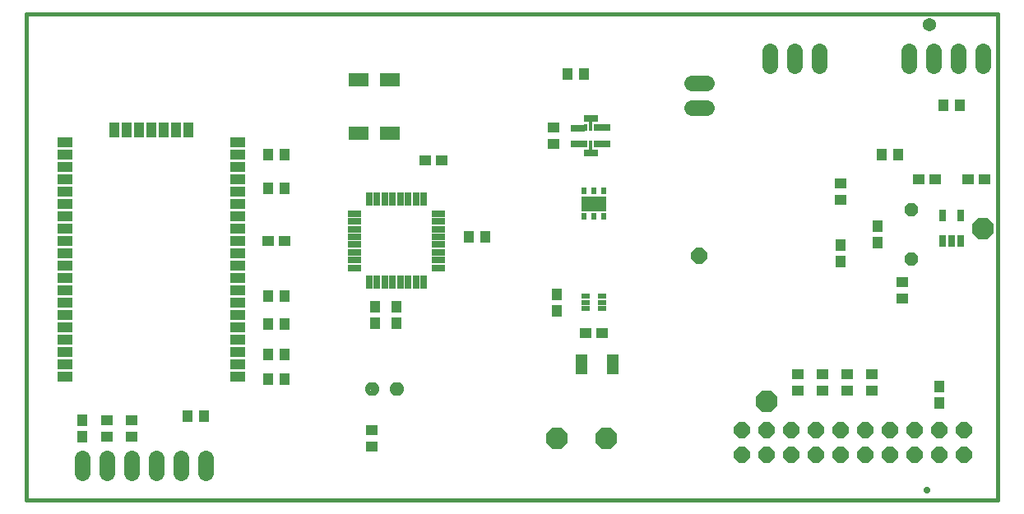
<source format=gts>
G75*
%MOIN*%
%OFA0B0*%
%FSLAX25Y25*%
%IPPOS*%
%LPD*%
%AMOC8*
5,1,8,0,0,1.08239X$1,22.5*
%
%ADD10C,0.01600*%
%ADD11R,0.04731X0.04337*%
%ADD12R,0.04337X0.04731*%
%ADD13R,0.02600X0.05400*%
%ADD14R,0.05400X0.02600*%
%ADD15C,0.01120*%
%ADD16R,0.07880X0.05518*%
%ADD17OC8,0.08900*%
%ADD18R,0.06400X0.04400*%
%ADD19R,0.04400X0.06400*%
%ADD20OC8,0.06400*%
%ADD21R,0.01521X0.03156*%
%ADD22C,0.06400*%
%ADD23R,0.03353X0.01975*%
%ADD24R,0.05124X0.08274*%
%ADD25C,0.05400*%
%ADD26R,0.01975X0.02762*%
%ADD27R,0.09849X0.06306*%
%ADD28R,0.02762X0.05124*%
%ADD29OC8,0.05600*%
%ADD30C,0.02762*%
D10*
X0001800Y0010127D02*
X0395501Y0010127D01*
X0395501Y0206977D01*
X0001800Y0206977D01*
X0001800Y0010127D01*
D11*
X0034300Y0035530D03*
X0034300Y0042223D03*
X0044300Y0042223D03*
X0044300Y0035530D03*
X0141800Y0038473D03*
X0141800Y0031780D03*
X0228454Y0077627D03*
X0235146Y0077627D03*
X0314300Y0060973D03*
X0324300Y0060973D03*
X0334300Y0060973D03*
X0344300Y0060973D03*
X0344300Y0054280D03*
X0334300Y0054280D03*
X0324300Y0054280D03*
X0314300Y0054280D03*
X0356800Y0091780D03*
X0356800Y0098473D03*
X0331800Y0131780D03*
X0331800Y0138473D03*
X0363454Y0140127D03*
X0370146Y0140127D03*
X0383454Y0140127D03*
X0390146Y0140127D03*
X0215550Y0154280D03*
X0215550Y0160973D03*
X0170146Y0147627D03*
X0163454Y0147627D03*
X0106396Y0115127D03*
X0099704Y0115127D03*
D12*
X0099704Y0136377D03*
X0106396Y0136377D03*
X0106396Y0150127D03*
X0099704Y0150127D03*
X0180954Y0116701D03*
X0187646Y0116701D03*
X0216800Y0093473D03*
X0216800Y0086780D03*
X0151800Y0088473D03*
X0143050Y0088473D03*
X0143050Y0081780D03*
X0151800Y0081780D03*
X0106396Y0081377D03*
X0099704Y0081377D03*
X0099704Y0092627D03*
X0106396Y0092627D03*
X0106396Y0068877D03*
X0099704Y0068877D03*
X0099704Y0058877D03*
X0106396Y0058877D03*
X0073896Y0043877D03*
X0067204Y0043877D03*
X0024300Y0042223D03*
X0024300Y0035530D03*
X0220954Y0182627D03*
X0227646Y0182627D03*
X0348454Y0150127D03*
X0355146Y0150127D03*
X0373454Y0170127D03*
X0380146Y0170127D03*
X0346800Y0120973D03*
X0346800Y0114280D03*
X0331800Y0113473D03*
X0331800Y0106780D03*
X0371800Y0055973D03*
X0371800Y0049280D03*
D13*
X0162824Y0098227D03*
X0159674Y0098227D03*
X0156524Y0098227D03*
X0153375Y0098227D03*
X0150225Y0098227D03*
X0147076Y0098227D03*
X0143926Y0098227D03*
X0140776Y0098227D03*
X0140776Y0132027D03*
X0143926Y0132027D03*
X0147076Y0132027D03*
X0150225Y0132027D03*
X0153375Y0132027D03*
X0156524Y0132027D03*
X0159674Y0132027D03*
X0162824Y0132027D03*
D14*
X0168700Y0126150D03*
X0168700Y0123001D03*
X0168700Y0119851D03*
X0168700Y0116701D03*
X0168700Y0113552D03*
X0168700Y0110402D03*
X0168700Y0107253D03*
X0168700Y0104103D03*
X0134900Y0104103D03*
X0134900Y0107253D03*
X0134900Y0110402D03*
X0134900Y0113552D03*
X0134900Y0116701D03*
X0134900Y0119851D03*
X0134900Y0123001D03*
X0134900Y0126150D03*
D15*
X0141482Y0056806D02*
X0140922Y0057366D01*
X0142778Y0057366D01*
X0144089Y0056055D01*
X0144089Y0054199D01*
X0142778Y0052888D01*
X0140922Y0052888D01*
X0139611Y0054199D01*
X0139611Y0056055D01*
X0140922Y0057366D01*
X0141270Y0056526D01*
X0142430Y0056526D01*
X0143249Y0055707D01*
X0143249Y0054547D01*
X0142430Y0053728D01*
X0141270Y0053728D01*
X0140451Y0054547D01*
X0140451Y0055707D01*
X0141270Y0056526D01*
X0141618Y0055686D01*
X0142082Y0055686D01*
X0142409Y0055359D01*
X0142409Y0054895D01*
X0142082Y0054568D01*
X0141618Y0054568D01*
X0141291Y0054895D01*
X0141291Y0055359D01*
X0141618Y0055686D01*
X0151382Y0056806D02*
X0150822Y0057366D01*
X0152678Y0057366D01*
X0153989Y0056055D01*
X0153989Y0054199D01*
X0152678Y0052888D01*
X0150822Y0052888D01*
X0149511Y0054199D01*
X0149511Y0056055D01*
X0150822Y0057366D01*
X0151170Y0056526D01*
X0152330Y0056526D01*
X0153149Y0055707D01*
X0153149Y0054547D01*
X0152330Y0053728D01*
X0151170Y0053728D01*
X0150351Y0054547D01*
X0150351Y0055707D01*
X0151170Y0056526D01*
X0151518Y0055686D01*
X0151982Y0055686D01*
X0152309Y0055359D01*
X0152309Y0054895D01*
X0151982Y0054568D01*
X0151518Y0054568D01*
X0151191Y0054895D01*
X0151191Y0055359D01*
X0151518Y0055686D01*
D16*
X0149024Y0158552D03*
X0136426Y0158552D03*
X0136426Y0180205D03*
X0149024Y0180205D03*
D17*
X0389300Y0120127D03*
X0301800Y0050127D03*
X0236800Y0035127D03*
X0216800Y0035127D03*
D18*
X0087341Y0060196D03*
X0087341Y0065196D03*
X0087341Y0070196D03*
X0087341Y0075196D03*
X0087341Y0080196D03*
X0087341Y0085196D03*
X0087341Y0090196D03*
X0087341Y0095196D03*
X0087341Y0100196D03*
X0087341Y0105196D03*
X0087341Y0110196D03*
X0087341Y0115196D03*
X0087341Y0120196D03*
X0087341Y0125196D03*
X0087341Y0130196D03*
X0087341Y0135196D03*
X0087341Y0140196D03*
X0087341Y0145196D03*
X0087341Y0150196D03*
X0087341Y0155196D03*
X0017341Y0155196D03*
X0017341Y0150196D03*
X0017341Y0145196D03*
X0017341Y0140196D03*
X0017341Y0135196D03*
X0017341Y0130196D03*
X0017341Y0125196D03*
X0017341Y0120196D03*
X0017341Y0115196D03*
X0017341Y0110196D03*
X0017341Y0105196D03*
X0017341Y0100196D03*
X0017341Y0095196D03*
X0017341Y0090196D03*
X0017341Y0085196D03*
X0017341Y0080196D03*
X0017341Y0075196D03*
X0017341Y0070196D03*
X0017341Y0065196D03*
X0017341Y0060196D03*
D19*
X0037341Y0160196D03*
X0042341Y0160196D03*
X0047341Y0160196D03*
X0052341Y0160196D03*
X0057341Y0160196D03*
X0062341Y0160196D03*
X0067341Y0160196D03*
D20*
X0274300Y0108877D03*
X0291800Y0038375D03*
X0301800Y0038375D03*
X0311800Y0038375D03*
X0321800Y0038375D03*
X0331800Y0038375D03*
X0341800Y0038375D03*
X0351800Y0038375D03*
X0361800Y0038375D03*
X0371800Y0038375D03*
X0381800Y0038375D03*
X0381800Y0028375D03*
X0371800Y0028375D03*
X0361800Y0028375D03*
X0351800Y0028375D03*
X0341800Y0028375D03*
X0331800Y0028375D03*
X0321800Y0028375D03*
X0311800Y0028375D03*
X0301800Y0028375D03*
X0291800Y0028375D03*
D21*
X0232689Y0150545D03*
X0231617Y0150545D03*
X0230552Y0150548D03*
X0229468Y0150548D03*
X0228393Y0150548D03*
X0230550Y0152423D03*
X0230550Y0154379D03*
X0232519Y0154379D03*
X0233607Y0154379D03*
X0234682Y0154379D03*
X0235766Y0154379D03*
X0236831Y0154376D03*
X0237903Y0154376D03*
X0228581Y0154379D03*
X0227512Y0154378D03*
X0226440Y0154378D03*
X0225375Y0154380D03*
X0224291Y0154380D03*
X0223217Y0154380D03*
X0223228Y0160861D03*
X0224302Y0160861D03*
X0225386Y0160862D03*
X0226452Y0160859D03*
X0227523Y0160859D03*
X0228581Y0160875D03*
X0230550Y0160875D03*
X0232519Y0160875D03*
X0233567Y0160869D03*
X0234642Y0160869D03*
X0235726Y0160869D03*
X0236791Y0160867D03*
X0237862Y0160867D03*
X0232689Y0164701D03*
X0231617Y0164701D03*
X0230552Y0164703D03*
X0229468Y0164703D03*
X0228393Y0164703D03*
X0230552Y0163072D03*
D22*
X0271300Y0168877D02*
X0277300Y0168877D01*
X0277300Y0178877D02*
X0271300Y0178877D01*
X0303050Y0185877D02*
X0303050Y0191877D01*
X0313050Y0191877D02*
X0313050Y0185877D01*
X0323050Y0185877D02*
X0323050Y0191877D01*
X0359300Y0191877D02*
X0359300Y0185877D01*
X0369300Y0185877D02*
X0369300Y0191877D01*
X0379300Y0191877D02*
X0379300Y0185877D01*
X0389300Y0185877D02*
X0389300Y0191877D01*
X0074300Y0026877D02*
X0074300Y0020877D01*
X0064300Y0020877D02*
X0064300Y0026877D01*
X0054300Y0026877D02*
X0054300Y0020877D01*
X0044300Y0020877D02*
X0044300Y0026877D01*
X0034300Y0026877D02*
X0034300Y0020877D01*
X0024300Y0020877D02*
X0024300Y0026877D01*
D23*
X0228552Y0087568D03*
X0228552Y0090127D03*
X0228552Y0092686D03*
X0235048Y0092686D03*
X0235048Y0090127D03*
X0235048Y0087568D03*
D24*
X0239349Y0065127D03*
X0226751Y0065127D03*
D25*
X0367945Y0202627D03*
D26*
X0235737Y0135245D03*
X0231800Y0135245D03*
X0227863Y0135245D03*
X0227863Y0125009D03*
X0231800Y0125009D03*
X0235737Y0125009D03*
D27*
X0231800Y0130127D03*
D28*
X0373060Y0125268D03*
X0380540Y0125268D03*
X0380540Y0114985D03*
X0376800Y0114985D03*
X0373060Y0114985D03*
D29*
X0360550Y0107627D03*
X0360550Y0127627D03*
D30*
X0366800Y0013946D03*
M02*

</source>
